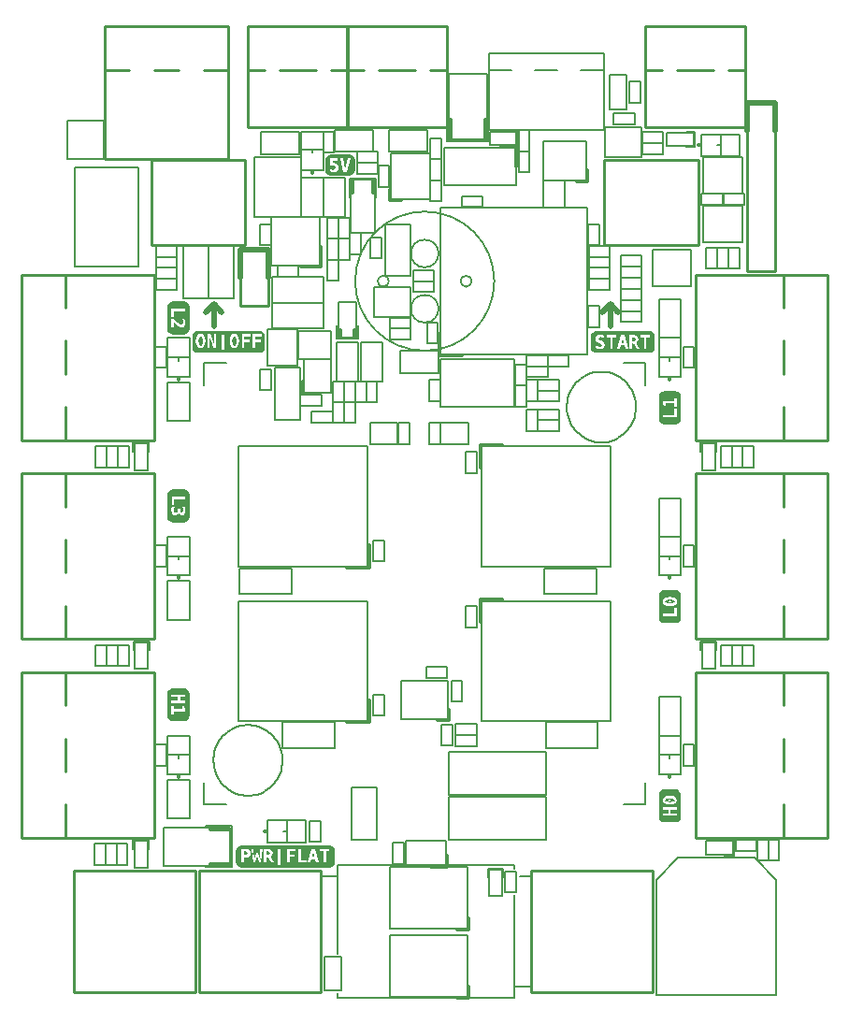
<source format=gbr>
G04 start of page 12 for group -4079 idx -4079 *
G04 Title: (unknown), topsilk *
G04 Creator: pcb 1.99z *
G04 CreationDate: Tue 11 Feb 2014 00:29:05 GMT UTC *
G04 For: rbarlow *
G04 Format: Gerber/RS-274X *
G04 PCB-Dimensions (mm): 85.00 105.00 *
G04 PCB-Coordinate-Origin: lower left *
%MOMM*%
%FSLAX43Y43*%
%LNTOPSILK*%
%ADD201C,0.350*%
%ADD200C,0.250*%
%ADD199C,0.300*%
%ADD198C,0.200*%
%ADD197C,0.500*%
%ADD196C,0.150*%
%ADD195C,0.002*%
G54D195*G36*
X64694Y29903D02*X65193D01*
X65388Y29863D01*
X65547Y29754D01*
X65656Y29594D01*
X65696Y29400D01*
Y27407D01*
X65656Y27212D01*
X65547Y27052D01*
X65388Y26943D01*
X65193Y26904D01*
X64694D01*
Y27495D01*
X65317D01*
Y27734D01*
X64760D01*
Y28042D01*
X65317D01*
Y28289D01*
X64694D01*
Y28500D01*
X64700Y28500D01*
X64977Y28524D01*
X65175Y28598D01*
X65294Y28726D01*
X65334Y28907D01*
X65294Y29086D01*
X65175Y29215D01*
X64977Y29288D01*
X64700Y29312D01*
X64694Y29311D01*
Y29903D01*
G37*
G36*
X63694Y27407D02*Y29400D01*
X63732Y29594D01*
X63842Y29754D01*
X64001Y29863D01*
X64197Y29903D01*
X64694D01*
Y29311D01*
X64416Y29288D01*
X64215Y29215D01*
X64093Y29086D01*
X64055Y28907D01*
X64093Y28726D01*
X64215Y28598D01*
X64416Y28524D01*
X64694Y28500D01*
Y28289D01*
X64082D01*
Y28042D01*
X64550D01*
Y27734D01*
X64082D01*
Y27495D01*
X64694D01*
Y26904D01*
X64197D01*
X64001Y26943D01*
X63842Y27052D01*
X63732Y27212D01*
X63694Y27407D01*
G37*
G36*
X64695Y29073D02*X64700Y29073D01*
X64893Y29061D01*
X65025Y29029D01*
X65104Y28980D01*
X65131Y28907D01*
X65104Y28832D01*
X65025Y28783D01*
X64893Y28755D01*
X64700Y28748D01*
X64695Y28748D01*
Y28811D01*
X64700Y28809D01*
X64770Y28836D01*
X64796Y28907D01*
X64770Y28977D01*
X64700Y29013D01*
X64695Y29011D01*
Y29073D01*
G37*
G36*
X64267Y28907D02*X64289Y28980D01*
X64364Y29029D01*
X64500Y29061D01*
X64695Y29073D01*
Y29011D01*
X64620Y28977D01*
X64594Y28907D01*
X64620Y28836D01*
X64695Y28811D01*
Y28748D01*
X64500Y28755D01*
X64364Y28783D01*
X64289Y28832D01*
X64267Y28907D01*
G37*
G36*
X35316Y87345D02*X35691D01*
X35885Y87307D01*
X36045Y87203D01*
X36152Y87046D01*
X36193Y86851D01*
Y85942D01*
X36152Y85749D01*
X36045Y85592D01*
X35885Y85487D01*
X35691Y85448D01*
X35316D01*
Y85793D01*
X35487D01*
X35779Y87028D01*
X35531D01*
X35320Y85995D01*
X35316Y86014D01*
Y87345D01*
G37*
G36*
X34301Y86370D02*X34394Y86339D01*
X34456Y86190D01*
X34394Y86030D01*
X34307Y85987D01*
X34301Y85986D01*
Y86370D01*
G37*
G36*
Y87345D02*X35316D01*
Y86014D01*
X35100Y87028D01*
X34853D01*
X35152Y85793D01*
X35316D01*
Y85448D01*
X34301D01*
Y85776D01*
X34425Y85796D01*
X34571Y85881D01*
X34663Y86015D01*
X34693Y86190D01*
X34664Y86357D01*
X34579Y86489D01*
X34445Y86576D01*
X34301Y86600D01*
Y86807D01*
X34623D01*
Y87028D01*
X34301D01*
Y87345D01*
G37*
G36*
Y86600D02*X34280Y86603D01*
X34208Y86595D01*
X34147Y86577D01*
Y86807D01*
X34301D01*
Y86600D01*
G37*
G36*
X33997Y87345D02*X34301D01*
Y87028D01*
X33953D01*
Y86339D01*
X34085Y86383D01*
X34208Y86401D01*
X34301Y86370D01*
Y85986D01*
X34192Y85969D01*
X34050Y85986D01*
X33909Y86040D01*
Y85819D01*
X34076Y85783D01*
X34236Y85765D01*
X34301Y85776D01*
Y85448D01*
X33997D01*
X33802Y85487D01*
X33642Y85592D01*
X33533Y85749D01*
X33494Y85942D01*
Y86851D01*
X33533Y87046D01*
X33642Y87203D01*
X33802Y87307D01*
X33997Y87345D01*
G37*
G36*
X21195Y73551D02*Y71558D01*
X21157Y71364D01*
X21048Y71204D01*
X20888Y71095D01*
X20692Y71055D01*
X20181D01*
Y71838D01*
X20207Y71815D01*
X20349Y71727D01*
X20482Y71699D01*
X20626Y71729D01*
X20737Y71815D01*
X20804Y71948D01*
X20825Y72123D01*
X20808Y72282D01*
X20754Y72458D01*
X20534D01*
X20604Y72290D01*
X20632Y72140D01*
X20588Y71999D01*
X20464Y71947D01*
X20349Y71973D01*
X20225Y72061D01*
X20181Y72103D01*
Y73164D01*
X20799D01*
Y73411D01*
X20181D01*
Y74054D01*
X20692D01*
X20888Y74015D01*
X21048Y73907D01*
X21157Y73747D01*
X21195Y73551D01*
G37*
G36*
X20181Y71055D02*X19696D01*
X19502Y71095D01*
X19342Y71204D01*
X19233Y71364D01*
X19193Y71558D01*
Y73551D01*
X19233Y73747D01*
X19342Y73907D01*
X19502Y74015D01*
X19696Y74054D01*
X20181D01*
Y73411D01*
X19564D01*
Y72643D01*
X19784D01*
Y73164D01*
X20181D01*
Y72103D01*
X20119Y72161D01*
X19916Y72352D01*
X19776Y72484D01*
X19564D01*
Y71699D01*
X19784D01*
Y72220D01*
X19953Y72052D01*
X20115Y71896D01*
X20181Y71838D01*
Y71055D01*
G37*
G36*
X21200Y38551D02*Y36558D01*
X21161Y36364D01*
X21052Y36204D01*
X20892Y36095D01*
X20697Y36056D01*
X20194D01*
Y36903D01*
X20811D01*
Y37140D01*
X20751Y37396D01*
X20530D01*
X20591Y37140D01*
X20194D01*
Y37687D01*
X20811D01*
Y37926D01*
X20344D01*
Y38234D01*
X20811D01*
Y38481D01*
X20194D01*
Y39054D01*
X20697D01*
X20892Y39015D01*
X21052Y38907D01*
X21161Y38747D01*
X21200Y38551D01*
G37*
G36*
X20194Y36056D02*X19700D01*
X19506Y36095D01*
X19346Y36204D01*
X19238Y36364D01*
X19198Y36558D01*
Y38551D01*
X19238Y38747D01*
X19346Y38907D01*
X19506Y39015D01*
X19700Y39054D01*
X20194D01*
Y38481D01*
X19577D01*
Y38234D01*
X20124D01*
Y37926D01*
X19577D01*
Y37687D01*
X20194D01*
Y37140D01*
X19797D01*
Y37414D01*
X19577D01*
Y36638D01*
X19797D01*
Y36903D01*
X20194D01*
Y36056D01*
G37*
G36*
X21195Y56559D02*Y54557D01*
X21157Y54363D01*
X21048Y54203D01*
X20888Y54094D01*
X20692Y54054D01*
X20199D01*
Y54870D01*
X20243Y54954D01*
X20340Y54777D01*
X20516Y54715D01*
X20653Y54741D01*
X20754Y54822D01*
X20816Y54955D01*
X20834Y55130D01*
X20825Y55289D01*
X20781Y55457D01*
X20560D01*
X20614Y55289D01*
X20632Y55140D01*
X20588Y54998D01*
X20482Y54945D01*
X20384Y54998D01*
X20349Y55140D01*
Y55272D01*
X20199D01*
Y56180D01*
X20816D01*
Y56427D01*
X20199D01*
Y57053D01*
X20692D01*
X20888Y57015D01*
X21048Y56911D01*
X21157Y56753D01*
X21195Y56559D01*
G37*
G36*
X20199Y54054D02*X19696D01*
X19502Y54094D01*
X19342Y54203D01*
X19233Y54363D01*
X19193Y54557D01*
Y56559D01*
X19233Y56753D01*
X19342Y56911D01*
X19502Y57015D01*
X19696Y57053D01*
X20199D01*
Y56427D01*
X19582D01*
Y55659D01*
X19794D01*
Y56180D01*
X20199D01*
Y55272D01*
X20129D01*
Y55140D01*
X20120Y55048D01*
X20085Y54980D01*
X19935Y54919D01*
X19811Y54980D01*
X19766Y55130D01*
X19784Y55324D01*
X19846Y55492D01*
X19618D01*
X19574Y55316D01*
X19556Y55130D01*
X19582Y54937D01*
X19652Y54795D01*
X19769Y54710D01*
X19926Y54681D01*
X20137Y54751D01*
X20199Y54870D01*
Y54054D01*
G37*
G36*
X27327Y71401D02*X27543D01*
X27738Y71362D01*
X27897Y71253D01*
X28006Y71094D01*
X28046Y70898D01*
Y69892D01*
X28006Y69699D01*
X27897Y69542D01*
X27738Y69437D01*
X27543Y69398D01*
X27327D01*
Y70404D01*
X27666D01*
Y70625D01*
X27327D01*
Y70890D01*
X27710D01*
Y71100D01*
X27327D01*
Y71401D01*
G37*
G36*
Y70625D02*X27190D01*
Y70890D01*
X27327D01*
Y70625D01*
G37*
G36*
X26313Y71401D02*X27327D01*
Y71100D01*
X26944D01*
Y69866D01*
X27190D01*
Y70404D01*
X27327D01*
Y69398D01*
X26313D01*
Y70404D01*
X26643D01*
Y70625D01*
X26313D01*
Y70890D01*
X26696D01*
Y71100D01*
X26313D01*
Y71401D01*
G37*
G36*
Y70625D02*X26166D01*
Y70890D01*
X26313D01*
Y70625D01*
G37*
G36*
X25267Y71401D02*X26313D01*
Y71100D01*
X25930D01*
Y69866D01*
X26166D01*
Y70404D01*
X26313D01*
Y69398D01*
X25267D01*
Y69848D01*
X25268Y69848D01*
X25452Y69888D01*
X25585Y70008D01*
X25669Y70207D01*
X25699Y70483D01*
X25669Y70765D01*
X25585Y70968D01*
X25452Y71089D01*
X25268Y71127D01*
X25267Y71126D01*
Y71401D01*
G37*
G36*
X24249D02*X25267D01*
Y71126D01*
X25078Y71089D01*
X24942Y70968D01*
X24860Y70765D01*
X24835Y70483D01*
X24860Y70207D01*
X24942Y70008D01*
X25078Y69888D01*
X25267Y69848D01*
Y69398D01*
X24249D01*
Y69663D01*
X24376D01*
Y71056D01*
X24249D01*
Y71401D01*
G37*
G36*
X23226D02*X24249D01*
Y71056D01*
X24122D01*
Y69663D01*
X24249D01*
Y69398D01*
X23226D01*
Y70269D01*
X23380Y69866D01*
X23636D01*
Y71100D01*
X23424D01*
Y70210D01*
X23226Y70723D01*
Y71401D01*
G37*
G36*
X22207D02*X23226D01*
Y70723D01*
X23080Y71100D01*
X22815D01*
Y69866D01*
X23036D01*
Y70765D01*
X23226Y70269D01*
Y69398D01*
X22207D01*
Y69848D01*
X22207Y69848D01*
X22396Y69888D01*
X22534Y70008D01*
X22613Y70207D01*
X22639Y70483D01*
X22613Y70765D01*
X22534Y70968D01*
X22396Y71089D01*
X22207Y71127D01*
X22207Y71126D01*
Y71401D01*
G37*
G36*
X21943D02*X22207D01*
Y71126D01*
X22017Y71089D01*
X21881Y70968D01*
X21800Y70765D01*
X21775Y70483D01*
X21800Y70207D01*
X21881Y70008D01*
X22017Y69888D01*
X22207Y69848D01*
Y69398D01*
X21943D01*
X21748Y69437D01*
X21592Y69542D01*
X21485Y69699D01*
X21448Y69892D01*
Y70898D01*
X21485Y71094D01*
X21592Y71253D01*
X21748Y71362D01*
X21943Y71401D01*
G37*
G36*
X25268Y70906D02*X25347Y70883D01*
X25400Y70810D01*
X25432Y70677D01*
X25444Y70483D01*
X25432Y70294D01*
X25400Y70166D01*
X25347Y70093D01*
X25268Y70068D01*
X25184Y70093D01*
X25126Y70166D01*
X25093Y70294D01*
X25082Y70483D01*
X25093Y70677D01*
X25126Y70810D01*
X25184Y70883D01*
X25268Y70906D01*
G37*
G36*
X22207D02*X22290Y70883D01*
X22348Y70810D01*
X22380Y70677D01*
X22392Y70483D01*
X22380Y70294D01*
X22348Y70166D01*
X22290Y70093D01*
X22207Y70068D01*
X22129Y70093D01*
X22075Y70166D01*
X22042Y70294D01*
X22031Y70483D01*
X22042Y70677D01*
X22075Y70810D01*
X22129Y70883D01*
X22207Y70906D01*
G37*
G36*
X64701Y47946D02*X65200D01*
X65394Y47906D01*
X65554Y47797D01*
X65662Y47638D01*
X65702Y47443D01*
Y45441D01*
X65662Y45246D01*
X65554Y45089D01*
X65394Y44985D01*
X65200Y44947D01*
X64701D01*
Y45573D01*
X65323D01*
Y46331D01*
X65103D01*
Y45812D01*
X64701D01*
Y46500D01*
X64706Y46499D01*
X64983Y46527D01*
X65181Y46605D01*
X65300Y46734D01*
X65340Y46914D01*
X65300Y47089D01*
X65181Y47213D01*
X64983Y47292D01*
X64706Y47319D01*
X64701Y47318D01*
Y47946D01*
G37*
G36*
X63700Y45441D02*Y47443D01*
X63739Y47638D01*
X63848Y47797D01*
X64007Y47906D01*
X64203Y47946D01*
X64701D01*
Y47318D01*
X64422Y47292D01*
X64221Y47213D01*
X64100Y47089D01*
X64061Y46914D01*
X64100Y46734D01*
X64221Y46605D01*
X64422Y46527D01*
X64701Y46500D01*
Y45812D01*
X64089D01*
Y45573D01*
X64701D01*
Y44947D01*
X64203D01*
X64007Y44985D01*
X63848Y45089D01*
X63739Y45246D01*
X63700Y45441D01*
G37*
G36*
X64701Y47072D02*X64706Y47072D01*
X64899Y47064D01*
X65031Y47037D01*
X65110Y46987D01*
X65138Y46914D01*
X65110Y46840D01*
X65031Y46790D01*
X64899Y46757D01*
X64706Y46746D01*
X64701Y46746D01*
Y46810D01*
X64706Y46808D01*
X64776Y46834D01*
X64802Y46914D01*
X64776Y46984D01*
X64706Y47010D01*
X64701Y47009D01*
Y47072D01*
G37*
G36*
X64273Y46914D02*X64296Y46987D01*
X64370Y47037D01*
X64506Y47064D01*
X64701Y47072D01*
Y47009D01*
X64626Y46984D01*
X64600Y46914D01*
X64626Y46834D01*
X64701Y46810D01*
Y46746D01*
X64506Y46757D01*
X64370Y46790D01*
X64296Y46840D01*
X64273Y46914D01*
G37*
G36*
X64701Y65943D02*X65204D01*
X65398Y65903D01*
X65558Y65794D01*
X65667Y65634D01*
X65707Y65440D01*
Y63447D01*
X65667Y63252D01*
X65558Y63092D01*
X65398Y62983D01*
X65204Y62944D01*
X64701D01*
Y63562D01*
X65318D01*
Y64320D01*
X65106D01*
Y63800D01*
X64701D01*
Y64823D01*
X65106D01*
Y64550D01*
X65318D01*
Y65326D01*
X65106D01*
Y65061D01*
X64701D01*
Y65943D01*
G37*
G36*
X63705Y63447D02*Y65440D01*
X63743Y65634D01*
X63852Y65794D01*
X64012Y65903D01*
X64207Y65943D01*
X64701D01*
Y65061D01*
X64084D01*
Y64823D01*
X64146Y64568D01*
X64366D01*
X64304Y64823D01*
X64701D01*
Y63800D01*
X64084D01*
Y63562D01*
X64701D01*
Y62944D01*
X64207D01*
X64012Y62983D01*
X63852Y63092D01*
X63743Y63252D01*
X63705Y63447D01*
G37*
G36*
X62466Y71396D02*X62844D01*
X63039Y71358D01*
X63198Y71249D01*
X63307Y71089D01*
X63347Y70894D01*
Y69897D01*
X63307Y69703D01*
X63198Y69543D01*
X63039Y69434D01*
X62844Y69394D01*
X62466D01*
Y69783D01*
X62589D01*
Y70805D01*
X62898D01*
Y71018D01*
X62466D01*
Y71396D01*
G37*
G36*
X61500D02*X62466D01*
Y71018D01*
X62034D01*
Y70805D01*
X62343D01*
Y69783D01*
X62466D01*
Y69394D01*
X61500D01*
Y70159D01*
X61521Y70126D01*
X61539Y70091D01*
X61689Y69783D01*
X61954D01*
X61734Y70224D01*
X61663Y70330D01*
X61601Y70364D01*
X61786Y70452D01*
X61848Y70655D01*
X61820Y70819D01*
X61742Y70929D01*
X61603Y70995D01*
X61500Y71007D01*
Y71396D01*
G37*
G36*
X60429D02*X61500D01*
Y71007D01*
X61399Y71018D01*
X61046D01*
Y69783D01*
X61293D01*
Y70268D01*
X61372D01*
X61452Y70232D01*
X61500Y70159D01*
Y69394D01*
X60429D01*
Y70082D01*
X60587D01*
X60667Y69783D01*
X60914D01*
X60579Y71018D01*
X60429D01*
Y71396D01*
G37*
G36*
X59410D02*X60429D01*
Y71018D01*
X60278D01*
X59943Y69783D01*
X60190D01*
X60260Y70082D01*
X60429D01*
Y69394D01*
X59410D01*
Y69783D01*
X59529D01*
Y70805D01*
X59846D01*
Y71018D01*
X59410D01*
Y71396D01*
G37*
G36*
X58391Y70289D02*X58426Y70276D01*
X58514Y70206D01*
X58550Y70118D01*
X58506Y69994D01*
X58391Y69966D01*
Y70289D01*
G37*
G36*
Y71396D02*X59410D01*
Y71018D01*
X58973D01*
Y70805D01*
X59290D01*
Y69783D01*
X59410D01*
Y69394D01*
X58391D01*
Y69761D01*
X58552Y69778D01*
X58691Y69845D01*
X58771Y69962D01*
X58797Y70126D01*
X58727Y70356D01*
X58506Y70497D01*
X58408Y70541D01*
X58391Y70549D01*
Y70827D01*
X58408Y70831D01*
X58567Y70805D01*
X58727Y70727D01*
Y70964D01*
X58559Y71018D01*
X58391Y71035D01*
Y71396D01*
G37*
G36*
Y70549D02*X58258Y70611D01*
X58224Y70699D01*
X58276Y70797D01*
X58391Y70827D01*
Y70549D01*
G37*
G36*
X58047Y71396D02*X58391D01*
Y71035D01*
X58390Y71035D01*
X58221Y71012D01*
X58092Y70938D01*
X58012Y70824D01*
X57985Y70673D01*
X58003Y70560D01*
X58056Y70470D01*
X58149Y70395D01*
X58302Y70320D01*
X58391Y70289D01*
Y69966D01*
X58364Y69959D01*
X58180Y69994D01*
X57994Y70091D01*
Y69845D01*
X58170Y69783D01*
X58356Y69757D01*
X58391Y69761D01*
Y69394D01*
X58047D01*
X57852Y69434D01*
X57692Y69543D01*
X57583Y69703D01*
X57544Y69897D01*
Y70894D01*
X57583Y71089D01*
X57692Y71249D01*
X57852Y71358D01*
X58047Y71396D01*
G37*
G36*
X60428Y70787D02*X60543Y70286D01*
X60314D01*
X60428Y70787D01*
G37*
G36*
X61293Y70805D02*X61407D01*
X61549Y70771D01*
X61593Y70638D01*
X61549Y70515D01*
X61407Y70470D01*
X61293D01*
Y70805D01*
G37*
G36*
X33894Y24789D02*X34087Y24752D01*
X34244Y24647D01*
X34349Y24490D01*
X34388Y24296D01*
Y23290D01*
X34349Y23097D01*
X34244Y22940D01*
X34087Y22835D01*
X33894Y22796D01*
X33426D01*
Y23255D01*
X33550D01*
Y24278D01*
X33858D01*
Y24490D01*
X33426D01*
Y24789D01*
X33894D01*
G37*
G36*
X33426Y22796D02*X32407D01*
Y23564D01*
X32571D01*
X32650Y23255D01*
X32888D01*
X32562Y24490D01*
X32407D01*
Y24789D01*
X33426D01*
Y24490D01*
X32994D01*
Y24278D01*
X33303D01*
Y23255D01*
X33426D01*
Y22796D01*
G37*
G36*
X32407D02*X31446D01*
Y23255D01*
X31830D01*
Y23466D01*
X31446D01*
Y24789D01*
X32407D01*
Y24490D01*
X32263D01*
X31926Y23255D01*
X32174D01*
X32245Y23564D01*
X32407D01*
Y22796D01*
G37*
G36*
X31446D02*X30397D01*
Y23793D01*
X30736D01*
Y24005D01*
X30397D01*
Y24278D01*
X30780D01*
Y24490D01*
X30397D01*
Y24789D01*
X31446D01*
Y23466D01*
X31309D01*
Y24490D01*
X31062D01*
Y23255D01*
X31446D01*
Y22796D01*
G37*
G36*
X30397Y24005D02*X30260D01*
Y24278D01*
X30397D01*
Y24005D01*
G37*
G36*
Y22796D02*X29356D01*
Y23053D01*
X29484D01*
Y24436D01*
X29356D01*
Y24789D01*
X30397D01*
Y24490D01*
X30014D01*
Y23255D01*
X30260D01*
Y23793D01*
X30397D01*
Y22796D01*
G37*
G36*
X29356D02*X28385D01*
Y23633D01*
X28408Y23598D01*
X28426Y23564D01*
X28575Y23255D01*
X28839D01*
X28619Y23696D01*
X28558Y23802D01*
X28487Y23837D01*
X28673Y23925D01*
X28735Y24128D01*
X28707Y24292D01*
X28629Y24402D01*
X28489Y24466D01*
X28385Y24478D01*
Y24789D01*
X29356D01*
Y24436D01*
X29228D01*
Y23053D01*
X29356D01*
Y22796D01*
G37*
G36*
X28385D02*X27314D01*
Y23898D01*
X27456Y23255D01*
X27685D01*
X27825Y24490D01*
X27614D01*
X27544Y23582D01*
X27420Y24172D01*
X27314D01*
Y24789D01*
X28385D01*
Y24478D01*
X28284Y24490D01*
X27931D01*
Y23255D01*
X28178D01*
Y23740D01*
X28258D01*
X28338Y23704D01*
X28385Y23633D01*
Y22796D01*
G37*
G36*
X27314D02*X26327D01*
Y23723D01*
X26476Y23740D01*
X26626Y23811D01*
X26706Y23928D01*
X26732Y24102D01*
X26706Y24281D01*
X26626Y24402D01*
X26476Y24469D01*
X26327Y24483D01*
Y24789D01*
X27314D01*
Y24172D01*
X27218D01*
X27111Y23582D01*
X27023Y24490D01*
X26803D01*
X26961Y23255D01*
X27182D01*
X27314Y23899D01*
X27314Y23898D01*
Y22796D01*
G37*
G36*
X26327D02*X25894D01*
X25699Y22835D01*
X25539Y22940D01*
X25430Y23097D01*
X25392Y23290D01*
Y24296D01*
X25430Y24490D01*
X25539Y24647D01*
X25699Y24752D01*
X25894Y24789D01*
X26327D01*
Y24483D01*
X26256Y24490D01*
X25921D01*
Y23255D01*
X26167D01*
Y23714D01*
X26256D01*
X26327Y23723D01*
Y22796D01*
G37*
G36*
X32527Y23758D02*X32297D01*
X32411Y24270D01*
X32527Y23758D01*
G37*
G36*
X28294Y24287D02*X28434Y24244D01*
X28478Y24119D01*
X28434Y23987D01*
X28294Y23943D01*
X28178D01*
Y24287D01*
X28294D01*
G37*
G36*
X26265D02*X26432Y24244D01*
X26486Y24102D01*
X26432Y23961D01*
X26265Y23925D01*
X26167D01*
Y24287D01*
X26265D01*
G37*
G54D196*X50600Y11000D02*Y20300D01*
X51100Y22000D02*X52100D01*
X50600Y12000D02*X52100D01*
X34600Y11000D02*X50600D01*
Y23000D02*X34600D01*
Y15000D01*
Y22000D02*X33100D01*
X50600Y23000D02*Y22700D01*
X34600Y11000D02*Y11400D01*
G54D197*X23400Y71800D02*Y73800D01*
X22700Y73100D01*
X23400Y73800D02*X24100Y73100D01*
X59300Y71800D02*Y73800D01*
X58600Y73100D01*
X59300Y73800D02*X60000Y73100D01*
G54D196*X60250Y75200D02*X62150D01*
X60250Y76200D02*X62150D01*
Y75200D01*
X60250Y76200D02*Y75200D01*
Y76200D02*X62150D01*
X60250Y77200D02*X62150D01*
Y76200D01*
X60250Y77200D02*Y76200D01*
X57350Y76100D02*X59250D01*
X57350Y77100D02*X59250D01*
Y76100D01*
X57350Y77100D02*Y76100D01*
X57300Y73650D02*Y71750D01*
X58300Y73650D02*Y71750D01*
X57300D02*X58300D01*
X57300Y73650D02*X58300D01*
X60250Y72200D02*X62150D01*
X60250Y73200D02*X62150D01*
Y72200D01*
X60250Y73200D02*Y72200D01*
Y74200D02*X62150D01*
X60250Y73200D02*X62150D01*
X60250Y74200D02*Y73200D01*
X62150Y74200D02*Y73200D01*
X60250Y74200D02*X62150D01*
X60250Y75200D02*X62150D01*
Y74200D01*
X60250Y75200D02*Y74200D01*
X67600Y61200D02*Y58800D01*
X68800Y61200D02*Y58800D01*
X67600D02*X68800D01*
X67600Y61200D02*X68800D01*
X67500Y61300D02*X68900D01*
X67500D02*Y60500D01*
X68900Y61300D02*Y60500D01*
X72300Y60950D02*Y59050D01*
X71300Y60950D02*Y59050D01*
Y60950D02*X72300D01*
X71300Y59050D02*X72300D01*
X71300Y60950D02*Y59050D01*
X70300Y60950D02*Y59050D01*
Y60950D02*X71300D01*
X70300Y59050D02*X71300D01*
X69300Y60950D02*Y59050D01*
X70300Y60950D02*Y59050D01*
X69300D02*X70300D01*
X69300Y60950D02*X70300D01*
X66900Y69950D02*Y68050D01*
X65900Y69950D02*Y68050D01*
Y69950D02*X66900D01*
X65900Y68050D02*X66900D01*
G54D198*X63700Y74250D02*Y70750D01*
X65700Y74250D02*Y70750D01*
X63700D02*X65700D01*
X63700Y74250D02*X65700D01*
X63700Y70750D02*Y67250D01*
X65700Y70750D02*Y67250D01*
X63700D02*X65700D01*
X63700Y70750D02*X65700D01*
G54D199*X64700Y67150D02*Y67000D01*
G54D198*X63700Y69000D02*X65700D01*
X64700D02*Y68700D01*
G54D200*X67000Y76500D02*X79000D01*
X67000Y61500D02*X79000D01*
X67000Y76500D02*Y61500D01*
X79000Y76500D02*Y61500D01*
X75000Y64500D02*Y61500D01*
Y70500D02*Y67500D01*
Y76500D02*Y73500D01*
G54D196*X53200Y85050D02*X55200D01*
X53200Y82550D02*X55200D01*
X53200Y85050D02*Y82550D01*
X55200Y85050D02*Y82550D01*
X44000Y86950D02*Y85050D01*
X43000Y86950D02*Y85050D01*
Y86950D02*X44000D01*
X43000Y85050D02*X44000D01*
G54D198*X62150Y89850D02*Y87150D01*
X58850Y89850D02*Y87150D01*
Y89850D02*X62150D01*
X58850Y87150D02*X62150D01*
G54D196*X51000Y87650D02*Y85750D01*
X52000Y87650D02*Y85750D01*
X51000D02*X52000D01*
X51000Y87650D02*X52000D01*
X43000Y85050D02*Y83150D01*
X44000Y85050D02*Y83150D01*
X43000D02*X44000D01*
X43000Y85050D02*X44000D01*
X45850Y82600D02*X47750D01*
X45850Y83600D02*X47750D01*
Y82600D01*
X45850Y83600D02*Y82600D01*
X57350Y75100D02*X59250D01*
X57350Y76100D02*X59250D01*
Y75100D01*
X57350Y76100D02*Y75100D01*
Y78100D02*X59250D01*
X57350Y79100D02*X59250D01*
Y78100D01*
X57350Y79100D02*Y78100D01*
Y77100D02*X59250D01*
X57350Y78100D02*X59250D01*
Y77100D01*
X57350Y78100D02*Y77100D01*
X57300Y81050D02*Y79150D01*
X58300Y81050D02*Y79150D01*
X57300D02*X58300D01*
X57300Y81050D02*X58300D01*
X60250Y77200D02*X62150D01*
X60250Y78200D02*X62150D01*
Y77200D01*
X60250Y78200D02*Y77200D01*
G54D198*X43950Y82550D02*Y69250D01*
X57250Y82550D02*Y69250D01*
X43950D02*X57250D01*
X43950Y82550D02*X57250D01*
G54D199*X43850Y69150D02*X45850D01*
X43850Y71150D02*Y69150D01*
G54D196*X50700Y68350D02*Y66450D01*
X51700Y68350D02*Y66450D01*
X50700D02*X51700D01*
X50700Y68350D02*X51700D01*
G54D200*X74270Y92010D02*Y76770D01*
X71730Y92010D02*Y76770D01*
Y92010D02*X74270D01*
X71730Y76770D02*X74270D01*
G54D197*X71730Y92010D02*Y89470D01*
Y92010D02*X74270D01*
Y89470D01*
G54D196*X69550Y83800D02*X71450D01*
X69550Y82800D02*X71450D01*
X69550Y83800D02*Y82800D01*
X71450Y83800D02*Y82800D01*
G54D198*X67550Y89200D02*X71050D01*
X67550Y87200D02*X71050D01*
X67550Y89200D02*Y87200D01*
X71050Y89200D02*Y87200D01*
G54D199*X67300Y88200D02*X67450D01*
G54D198*X69300Y89200D02*Y87200D01*
X69000Y88200D02*X69300D01*
X67750Y87150D02*Y83850D01*
X71250Y87150D02*Y83850D01*
X67750D02*X71250D01*
X67750Y87150D02*X71250D01*
G54D196*X70000Y78950D02*Y77050D01*
X71000Y78950D02*Y77050D01*
X70000D02*X71000D01*
X70000Y78950D02*X71000D01*
G54D200*X62490Y99000D02*Y89800D01*
X71510Y99000D02*Y89800D01*
X62490D02*X71510D01*
X62490Y99000D02*X71510D01*
X69989Y95000D02*X71510D01*
X65337D02*X68663D01*
X62490D02*X64011D01*
G54D196*X61000Y93950D02*Y92050D01*
X62000Y93950D02*Y92050D01*
X61000D02*X62000D01*
X61000Y93950D02*X62000D01*
G54D198*X59250Y94550D02*Y91450D01*
X60750Y94550D02*Y91450D01*
X59250D02*X60750D01*
X59250Y94550D02*X60750D01*
G54D196*X59600Y91100D02*X61500D01*
X59600Y90100D02*X61500D01*
X59600Y91100D02*Y90100D01*
X61500Y91100D02*Y90100D01*
X67550Y83800D02*X69450D01*
X67550Y82800D02*X69450D01*
X67550Y83800D02*Y82800D01*
X69450Y83800D02*Y82800D01*
G54D200*X67250Y86850D02*Y79150D01*
X58750Y86850D02*Y79150D01*
X67250D01*
X58750Y86850D02*X67250D01*
G54D196*X64450Y89350D02*X66850D01*
X64450Y88150D02*X66850D01*
X64450Y89350D02*Y88150D01*
X66850Y89350D02*Y88150D01*
X66950Y89450D02*Y88050D01*
X66150Y89450D02*X66950D01*
X66150Y88050D02*X66950D01*
G54D198*X66650Y78750D02*Y75450D01*
X63150Y78750D02*Y75450D01*
Y78750D02*X66650D01*
X63150Y75450D02*X66650D01*
G54D196*X62200Y89400D02*X64100D01*
X62200Y88400D02*X64100D01*
X62200Y89400D02*Y88400D01*
X64100Y89400D02*Y88400D01*
X62200D02*X64100D01*
X62200Y87400D02*X64100D01*
X62200Y88400D02*Y87400D01*
X64100Y88400D02*Y87400D01*
G54D198*X71250Y82750D02*Y79450D01*
X67750Y82750D02*Y79450D01*
Y82750D02*X71250D01*
X67750Y79450D02*X71250D01*
G54D196*X68000Y78950D02*Y77050D01*
X69000Y78950D02*Y77050D01*
X68000D02*X69000D01*
X68000Y78950D02*X69000D01*
Y77050D01*
X70000Y78950D02*Y77050D01*
X69000D02*X70000D01*
X69000Y78950D02*X70000D01*
X43700Y72150D02*Y70250D01*
X42700Y72150D02*Y70250D01*
Y72150D02*X43700D01*
X42700Y70250D02*X43700D01*
X37200Y66850D02*Y64950D01*
X38200Y66850D02*Y64950D01*
X37200D02*X38200D01*
X37200Y66850D02*X38200D01*
X36200D02*Y64950D01*
X35200Y66850D02*Y64950D01*
Y66850D02*X36200D01*
X35200Y64950D02*X36200D01*
Y66850D02*Y64950D01*
X37200Y66850D02*Y64950D01*
X36200D02*X37200D01*
X36200Y66850D02*X37200D01*
X36200Y64950D02*Y63050D01*
X35200Y64950D02*Y63050D01*
Y64950D02*X36200D01*
X35200Y63050D02*X36200D01*
X39350Y71600D02*X41250D01*
X39350Y70600D02*X41250D01*
X39350Y71600D02*Y70600D01*
X41250Y71600D02*Y70600D01*
X39350Y72600D02*X41250D01*
X39350Y71600D02*X41250D01*
X39350Y72600D02*Y71600D01*
X41250Y72600D02*Y71600D01*
G54D198*Y75350D02*Y72650D01*
X37950Y75350D02*Y72650D01*
Y75350D02*X41250D01*
X37950Y72650D02*X41250D01*
X25750Y49850D02*X30450D01*
X25750Y47550D02*X30450D01*
X25750Y49850D02*Y47550D01*
X30450Y49850D02*Y47550D01*
G54D196*X38800Y52450D02*Y50550D01*
X37800Y52450D02*Y50550D01*
Y52450D02*X38800D01*
X37800Y50550D02*X38800D01*
X13700Y60950D02*Y59050D01*
X12700Y60950D02*Y59050D01*
Y60950D02*X13700D01*
X12700Y59050D02*X13700D01*
X14700Y60950D02*Y59050D01*
X13700Y60950D02*Y59050D01*
Y60950D02*X14700D01*
X13700Y59050D02*X14700D01*
Y60950D02*Y59050D01*
X15700Y60950D02*Y59050D01*
X14700D02*X15700D01*
X14700Y60950D02*X15700D01*
X13700Y42950D02*Y41050D01*
X12700Y42950D02*Y41050D01*
Y42950D02*X13700D01*
X12700Y41050D02*X13700D01*
X14700Y42950D02*Y41050D01*
X13700Y42950D02*Y41050D01*
Y42950D02*X14700D01*
X13700Y41050D02*X14700D01*
Y42950D02*Y41050D01*
X15700Y42950D02*Y41050D01*
X14700D02*X15700D01*
X14700Y42950D02*X15700D01*
X16250Y43200D02*Y40800D01*
X17450Y43200D02*Y40800D01*
X16250D02*X17450D01*
X16250Y43200D02*X17450D01*
X16150Y43300D02*X17550D01*
X16150D02*Y42500D01*
X17550Y43300D02*Y42500D01*
X16200Y61200D02*Y58800D01*
X17400Y61200D02*Y58800D01*
X16200D02*X17400D01*
X16200Y61200D02*X17400D01*
X16100Y61300D02*X17500D01*
X16100D02*Y60500D01*
X17500Y61300D02*Y60500D01*
X18100Y51950D02*Y50050D01*
X19100Y51950D02*Y50050D01*
X18100D02*X19100D01*
X18100Y51950D02*X19100D01*
G54D198*X21200Y66750D02*Y63250D01*
X19200Y66750D02*Y63250D01*
Y66750D02*X21200D01*
X19200Y63250D02*X21200D01*
Y48750D02*Y45250D01*
X19200Y48750D02*Y45250D01*
Y48750D02*X21200D01*
X19200Y45250D02*X21200D01*
G54D196*X35200Y64950D02*Y63050D01*
X34200Y64950D02*Y63050D01*
Y64950D02*X35200D01*
X34200Y63050D02*X35200D01*
X32250Y63100D02*X34150D01*
X32250Y64100D02*X34150D01*
Y63100D01*
X32250Y64100D02*Y63100D01*
G54D198*X22950Y79050D02*Y74350D01*
X20650Y79050D02*Y74350D01*
Y79050D02*X22950D01*
X20650Y74350D02*X22950D01*
G54D196*X18100Y69950D02*Y68050D01*
X19100Y69950D02*Y68050D01*
X18100D02*X19100D01*
X18100Y69950D02*X19100D01*
G54D200*X6000Y61500D02*X18000D01*
X6000Y76500D02*X18000D01*
Y61500D01*
X6000Y76500D02*Y61500D01*
X10000Y76500D02*Y73500D01*
Y70500D02*Y67500D01*
Y64500D02*Y61500D01*
G54D196*X18150Y78100D02*X20050D01*
X18150Y79100D02*X20050D01*
Y78100D01*
X18150Y79100D02*Y78100D01*
Y77100D02*X20050D01*
X18150Y76100D02*X20050D01*
X18150Y77100D02*Y76100D01*
X20050Y77100D02*Y76100D01*
X18150D02*X20050D01*
X18150Y75100D02*X20050D01*
X18150Y76100D02*Y75100D01*
X20050Y76100D02*Y75100D01*
X18150Y78100D02*X20050D01*
X18150Y77100D02*X20050D01*
X18150Y78100D02*Y77100D01*
X20050Y78100D02*Y77100D01*
G54D198*X31250Y68050D02*Y63350D01*
X28950Y68050D02*Y63350D01*
Y68050D02*X31250D01*
X28950Y63350D02*X31250D01*
G54D196*X36700Y80250D02*Y78350D01*
X35700Y80250D02*Y78350D01*
Y80250D02*X36700D01*
X35700Y78350D02*X36700D01*
X35700Y81650D02*Y79750D01*
X34700Y81650D02*Y79750D01*
Y81650D02*X35700D01*
X34700Y79750D02*X35700D01*
X34700Y81650D02*Y79750D01*
X33700Y81650D02*Y79750D01*
Y81650D02*X34700D01*
X33700Y79750D02*X34700D01*
X27600Y81050D02*Y79150D01*
X28600Y81050D02*Y79150D01*
X27600D02*X28600D01*
X27600Y81050D02*X28600D01*
Y77300D02*X33000D01*
X28600Y81700D02*X33000D01*
Y77300D01*
X28600Y81700D02*Y77300D01*
G54D199*X33100Y79000D02*Y77200D01*
X31300D02*X33100D01*
G54D198*X25250Y79050D02*Y74350D01*
X22950Y79050D02*Y74350D01*
Y79050D02*X25250D01*
X22950Y74350D02*X25250D01*
G54D200*X28370Y78710D02*Y73630D01*
X25830Y78710D02*Y73630D01*
Y78710D02*X28370D01*
X25830Y73630D02*X28370D01*
G54D197*X25830Y78710D02*Y76170D01*
X28370Y78710D02*Y76170D01*
X25830Y78710D02*X28370D01*
G54D196*X35200Y66850D02*Y64950D01*
X34200Y66850D02*Y64950D01*
Y66850D02*X35200D01*
X34200Y64950D02*X35200D01*
X28600Y67950D02*Y66050D01*
X27600Y67950D02*Y66050D01*
Y67950D02*X28600D01*
X27600Y66050D02*X28600D01*
G54D198*X28250Y71550D02*X30950D01*
X28250Y68250D02*X30950D01*
X28250Y71550D02*Y68250D01*
X30950Y71550D02*Y68250D01*
G54D196*X41450Y74900D02*X43350D01*
X41450Y75900D02*X43350D01*
Y74900D01*
X41450Y75900D02*Y74900D01*
Y75900D02*X43350D01*
X41450Y76900D02*X43350D01*
Y75900D01*
X41450Y76900D02*Y75900D01*
G54D198*X38950Y81050D02*Y76350D01*
X41250Y81050D02*Y76350D01*
X38950D02*X41250D01*
X38950Y81050D02*X41250D01*
G54D196*X31050Y68850D02*X34050D01*
X31050Y71350D02*X34050D01*
Y68850D01*
X31050Y71350D02*Y68850D01*
G54D198*X34500Y70350D02*Y66850D01*
X36500Y70350D02*Y66850D01*
X34500D02*X36500D01*
X34500Y70350D02*X36500D01*
X36700D02*Y66850D01*
X38700Y70350D02*Y66850D01*
X36700D02*X38700D01*
X36700Y70350D02*X38700D01*
G54D196*X36340Y74000D02*Y70800D01*
X34660Y74000D02*Y70800D01*
Y74000D02*X36340D01*
X34660Y70800D02*X36340D01*
X34560Y70700D02*X36440D01*
Y71900D02*Y70700D01*
G54D199*X36140Y71500D02*Y70800D01*
G54D196*X34560Y71900D02*Y70700D01*
G54D199*X34860Y71500D02*Y70800D01*
G54D196*X31250Y65600D02*X33150D01*
X31250Y64600D02*X33150D01*
X31250Y65600D02*Y64600D01*
X33150Y65600D02*Y64600D01*
X31550Y68800D02*Y65800D01*
X34050Y68800D02*Y65800D01*
X31550D02*X34050D01*
X31550Y68800D02*X34050D01*
G54D199*X31450Y65700D02*X32550D01*
X31450Y66800D02*Y65700D01*
G54D196*X32100Y27050D02*Y25150D01*
X33100Y27050D02*Y25150D01*
X32100D02*X33100D01*
X32100Y27050D02*X33100D01*
G54D198*X34950Y14750D02*Y11650D01*
X33450Y14750D02*Y11650D01*
Y14750D02*X34950D01*
X33450Y11650D02*X34950D01*
X28250Y27100D02*X31750D01*
X28250Y25100D02*X31750D01*
X28250Y27100D02*Y25100D01*
X31750Y27100D02*Y25100D01*
G54D199*X28000Y26100D02*X28150D01*
G54D198*X30000Y27100D02*Y25100D01*
X29700Y26100D02*X30000D01*
X18900Y26450D02*X24900D01*
X18900Y22950D02*X24900D01*
X18900Y26450D02*Y22950D01*
X24900Y26450D02*Y22950D01*
X25000Y26550D02*Y22850D01*
X22700Y26550D02*X25000D01*
G54D201*X23100Y26250D02*X24800D01*
G54D198*X22700Y22850D02*X25000D01*
G54D201*X23100Y23150D02*X24800D01*
G54D196*X16200Y25200D02*Y22800D01*
X17400Y25200D02*Y22800D01*
X16200D02*X17400D01*
X16200Y25200D02*X17400D01*
X16100Y25300D02*X17500D01*
X16100D02*Y24500D01*
X17500Y25300D02*Y24500D01*
G54D200*X10700Y22500D02*X21700D01*
X10700Y11500D02*X21700D01*
X10700Y22500D02*Y11500D01*
X21700Y22500D02*Y11500D01*
X33100Y22500D02*Y11500D01*
X22100Y22500D02*Y11500D01*
Y22500D02*X33100D01*
X22100Y11500D02*X33100D01*
G54D196*X13600Y24950D02*Y23050D01*
X12600Y24950D02*Y23050D01*
Y24950D02*X13600D01*
X12600Y23050D02*X13600D01*
X14600Y24950D02*Y23050D01*
X13600Y24950D02*Y23050D01*
Y24950D02*X14600D01*
X13600Y23050D02*X14600D01*
Y24950D02*Y23050D01*
X15600Y24950D02*Y23050D01*
X14600D02*X15600D01*
X14600Y24950D02*X15600D01*
G54D198*X35850Y30050D02*Y25350D01*
X38150Y30050D02*Y25350D01*
X35850D02*X38150D01*
X35850Y30050D02*X38150D01*
X44700Y29250D02*X53500D01*
X44700Y25350D02*X53500D01*
X44700Y29250D02*Y25350D01*
X53500Y29250D02*Y25350D01*
X44700Y33250D02*X53500D01*
X44700Y29350D02*X53500D01*
X44700Y33250D02*Y29350D01*
X53500Y33250D02*Y29350D01*
X39335Y11100D02*X46335D01*
X39335Y16700D02*X46335D01*
Y11100D01*
X39335Y16700D02*Y11100D01*
G54D199*X46435Y12000D02*Y11000D01*
X45435D02*X46435D01*
G54D198*X39335Y17300D02*X46335D01*
X39335Y22900D02*X46335D01*
Y17300D01*
X39335Y22900D02*Y17300D01*
G54D199*X46435Y18200D02*Y17200D01*
X45435D02*X46435D01*
G54D196*X40800Y22950D02*X44400D01*
X40800Y25250D02*X44400D01*
Y22950D01*
X40800Y25250D02*Y22950D01*
G54D199*X44500Y23850D02*Y22850D01*
X43100D02*X44500D01*
G54D196*X39600Y25050D02*Y23150D01*
X40600Y25050D02*Y23150D01*
X39600D02*X40600D01*
X39600Y25050D02*X40600D01*
X44000Y35750D02*Y33850D01*
X45000Y35750D02*Y33850D01*
X44000D02*X45000D01*
X44000Y35750D02*X45000D01*
X45300Y34800D02*X47200D01*
X45300Y33800D02*X47200D01*
X45300Y34800D02*Y33800D01*
X47200Y34800D02*Y33800D01*
X45300Y35800D02*X47200D01*
X45300Y34800D02*X47200D01*
X45300Y35800D02*Y34800D01*
X47200Y35800D02*Y34800D01*
X48300Y22600D02*Y20200D01*
X49500Y22600D02*Y20200D01*
X48300D02*X49500D01*
X48300Y22600D02*X49500D01*
X48200Y22700D02*X49600D01*
X48200D02*Y21900D01*
X49600Y22700D02*Y21900D01*
X49800Y22450D02*Y20550D01*
X50800Y22450D02*Y20550D01*
X49800D02*X50800D01*
X49800Y22450D02*X50800D01*
G54D198*X63450Y11300D02*X74350D01*
Y21700D01*
X72350Y23700D01*
X65450D02*X72350D01*
X63450Y11300D02*Y21700D01*
X65450Y23700D01*
G54D200*X63100Y22500D02*Y11500D01*
X52100Y22500D02*Y11500D01*
Y22500D02*X63100D01*
X52100Y11500D02*X63100D01*
G54D198*X59350Y46950D02*Y36050D01*
X47650Y46950D02*Y36050D01*
Y46950D02*X59350D01*
X47650Y36050D02*X59350D01*
G54D199*X47550Y47050D02*X49550D01*
X47550D02*Y45050D01*
G54D200*X67000Y40500D02*X79000D01*
X67000Y25500D02*X79000D01*
X67000Y40500D02*Y25500D01*
X79000Y40500D02*Y25500D01*
X75000Y28500D02*Y25500D01*
Y34500D02*Y31500D01*
Y40500D02*Y37500D01*
G54D196*X72300Y42950D02*Y41050D01*
X71300Y42950D02*Y41050D01*
Y42950D02*X72300D01*
X71300Y41050D02*X72300D01*
X71300Y42950D02*Y41050D01*
X70300Y42950D02*Y41050D01*
Y42950D02*X71300D01*
X70300Y41050D02*X71300D01*
X69300Y42950D02*Y41050D01*
X70300Y42950D02*Y41050D01*
X69300D02*X70300D01*
X69300Y42950D02*X70300D01*
X68000Y25200D02*X70400D01*
X68000Y24000D02*X70400D01*
X68000Y25200D02*Y24000D01*
X70400Y25200D02*Y24000D01*
X70500Y25300D02*Y23900D01*
X69700Y25300D02*X70500D01*
X69700Y23900D02*X70500D01*
X70650Y24300D02*X72550D01*
X70650Y25300D02*X72550D01*
Y24300D01*
X70650Y25300D02*Y24300D01*
X73600Y25350D02*Y23450D01*
X74600Y25350D02*Y23450D01*
X73600D02*X74600D01*
X73600Y25350D02*X74600D01*
X72600D02*Y23450D01*
X73600Y25350D02*Y23450D01*
X72600D02*X73600D01*
X72600Y25350D02*X73600D01*
G54D198*X53450Y33650D02*X58150D01*
X53450Y35950D02*X58150D01*
Y33650D01*
X53450Y35950D02*Y33650D01*
G54D196*X66900Y33950D02*Y32050D01*
X65900Y33950D02*Y32050D01*
Y33950D02*X66900D01*
X65900Y32050D02*X66900D01*
X67600Y43200D02*Y40800D01*
X68800Y43200D02*Y40800D01*
X67600D02*X68800D01*
X67600Y43200D02*X68800D01*
X67500Y43300D02*X68900D01*
X67500D02*Y42500D01*
X68900Y43300D02*Y42500D01*
G54D198*X63700Y38250D02*Y34750D01*
X65700Y38250D02*Y34750D01*
X63700D02*X65700D01*
X63700Y38250D02*X65700D01*
X63700Y34750D02*Y31250D01*
X65700Y34750D02*Y31250D01*
X63700D02*X65700D01*
X63700Y34750D02*X65700D01*
G54D199*X64700Y31150D02*Y31000D01*
G54D198*X63700Y33000D02*X65700D01*
X64700D02*Y32700D01*
X19200Y52750D02*Y49250D01*
X21200Y52750D02*Y49250D01*
X19200D02*X21200D01*
X19200Y52750D02*X21200D01*
G54D199*X20200Y49150D02*Y49000D01*
G54D198*X19200Y51000D02*X21200D01*
X20200D02*Y50700D01*
G54D200*X6000Y43500D02*X18000D01*
X6000Y58500D02*X18000D01*
Y43500D01*
X6000Y58500D02*Y43500D01*
X10000Y58500D02*Y55500D01*
Y52500D02*Y49500D01*
Y46500D02*Y43500D01*
G54D198*X19200Y70750D02*Y67250D01*
X21200Y70750D02*Y67250D01*
X19200D02*X21200D01*
X19200Y70750D02*X21200D01*
G54D199*X20200Y67150D02*Y67000D01*
G54D198*X19200Y69000D02*X21200D01*
X20200D02*Y68700D01*
X29650Y35950D02*X34350D01*
X29650Y33650D02*X34350D01*
X29650Y35950D02*Y33650D01*
X34350Y35950D02*Y33650D01*
X25650Y46950D02*Y36050D01*
X37350Y46950D02*Y36050D01*
X25650D02*X37350D01*
X25650Y46950D02*X37350D01*
G54D199*X35450Y35950D02*X37450D01*
Y37950D02*Y35950D01*
G54D198*X25650Y60950D02*Y50050D01*
X37350Y60950D02*Y50050D01*
X25650D02*X37350D01*
X25650Y60950D02*X37350D01*
G54D199*X35450Y49950D02*X37450D01*
Y51950D02*Y49950D01*
G54D196*X18100Y33950D02*Y32050D01*
X19100Y33950D02*Y32050D01*
X18100D02*X19100D01*
X18100Y33950D02*X19100D01*
G54D200*X6000Y25500D02*X18000D01*
X6000Y40500D02*X18000D01*
Y25500D01*
X6000Y40500D02*Y25500D01*
X10000Y40500D02*Y37500D01*
Y34500D02*Y31500D01*
Y28500D02*Y25500D01*
G54D198*X21200Y30750D02*Y27250D01*
X19200Y30750D02*Y27250D01*
Y30750D02*X21200D01*
X19200Y27250D02*X21200D01*
X19200Y34750D02*Y31250D01*
X21200Y34750D02*Y31250D01*
X19200D02*X21200D01*
X19200Y34750D02*X21200D01*
G54D199*X20200Y31150D02*Y31000D01*
G54D198*X19200Y33000D02*X21200D01*
X20200D02*Y32700D01*
X53350Y47550D02*X58050D01*
X53350Y49850D02*X58050D01*
Y47550D01*
X53350Y49850D02*Y47550D01*
X59350Y60950D02*Y50050D01*
X47650Y60950D02*Y50050D01*
Y60950D02*X59350D01*
X47650Y50050D02*X59350D01*
G54D199*X47550Y61050D02*X49550D01*
X47550D02*Y59050D01*
G54D198*X22500Y30500D02*Y28500D01*
X24500D01*
X22500Y68500D02*Y66500D01*
Y68500D02*X24500D01*
X62500Y30500D02*Y28500D01*
X60500D02*X62500D01*
Y68500D02*Y66500D01*
X60500Y68500D02*X62500D01*
X26500Y29300D02*X26769Y29312D01*
X27035Y29347D01*
X27298Y29406D01*
X27555Y29488D01*
X27804Y29592D01*
X28043Y29717D01*
X28271Y29863D01*
X28486Y30029D01*
X28686Y30213D01*
X28870Y30414D01*
X29036Y30630D01*
X29184Y30860D01*
X29311Y31103D01*
X29418Y31355D01*
X29504Y31616D01*
X29567Y31884D01*
X29607Y32156D01*
X29624Y32431D01*
X29618Y32706D01*
X29590Y32980D01*
X29538Y33250D01*
X29464Y33515D01*
X29367Y33772D01*
X29250Y34020D01*
X29112Y34256D01*
X28955Y34480D01*
X28780Y34689D01*
X28588Y34881D01*
X28380Y35056D01*
X28159Y35212D01*
X27925Y35348D01*
X27680Y35463D01*
X27427Y35556D01*
X27167Y35626D01*
X26902Y35673D01*
X26634Y35697D01*
X26366D01*
X26098Y35673D01*
X25833Y35626D01*
X25573Y35556D01*
X25320Y35463D01*
X25075Y35348D01*
X24841Y35212D01*
X24620Y35056D01*
X24412Y34881D01*
X24220Y34689D01*
X24045Y34480D01*
X23888Y34256D01*
X23750Y34020D01*
X23633Y33772D01*
X23536Y33515D01*
X23462Y33250D01*
X23410Y32980D01*
X23382Y32706D01*
X23376Y32431D01*
X23393Y32156D01*
X23433Y31884D01*
X23496Y31616D01*
X23582Y31355D01*
X23689Y31103D01*
X23816Y30860D01*
X23964Y30630D01*
X24130Y30414D01*
X24314Y30213D01*
X24514Y30029D01*
X24729Y29863D01*
X24957Y29717D01*
X25196Y29592D01*
X25445Y29488D01*
X25702Y29406D01*
X25965Y29347D01*
X26231Y29312D01*
X26500Y29300D01*
X58500Y61300D02*X58769Y61312D01*
X59035Y61347D01*
X59298Y61406D01*
X59555Y61488D01*
X59804Y61592D01*
X60043Y61717D01*
X60271Y61863D01*
X60486Y62029D01*
X60686Y62213D01*
X60870Y62414D01*
X61036Y62630D01*
X61184Y62860D01*
X61311Y63103D01*
X61418Y63355D01*
X61504Y63616D01*
X61567Y63884D01*
X61607Y64156D01*
X61624Y64431D01*
X61618Y64706D01*
X61590Y64980D01*
X61538Y65250D01*
X61464Y65515D01*
X61367Y65772D01*
X61250Y66020D01*
X61112Y66256D01*
X60955Y66480D01*
X60780Y66689D01*
X60588Y66881D01*
X60380Y67056D01*
X60159Y67212D01*
X59925Y67348D01*
X59680Y67463D01*
X59427Y67556D01*
X59167Y67626D01*
X58902Y67673D01*
X58634Y67697D01*
X58366D01*
X58098Y67673D01*
X57833Y67626D01*
X57573Y67556D01*
X57320Y67463D01*
X57075Y67348D01*
X56841Y67212D01*
X56620Y67056D01*
X56412Y66881D01*
X56220Y66689D01*
X56045Y66480D01*
X55888Y66256D01*
X55750Y66020D01*
X55633Y65772D01*
X55536Y65515D01*
X55462Y65250D01*
X55410Y64980D01*
X55382Y64706D01*
X55376Y64431D01*
X55393Y64156D01*
X55433Y63884D01*
X55496Y63616D01*
X55582Y63355D01*
X55689Y63103D01*
X55816Y62860D01*
X55964Y62630D01*
X56130Y62414D01*
X56314Y62213D01*
X56514Y62029D01*
X56729Y61863D01*
X56957Y61717D01*
X57196Y61592D01*
X57445Y61488D01*
X57702Y61406D01*
X57965Y61347D01*
X58231Y61312D01*
X58500Y61300D01*
G54D196*X46450Y63100D02*Y61100D01*
X43950Y63100D02*Y61100D01*
Y63100D02*X46450D01*
X43950Y61100D02*X46450D01*
X40050Y63100D02*Y61100D01*
X37550Y63100D02*Y61100D01*
Y63100D02*X40050D01*
X37550Y61100D02*X40050D01*
X40100Y63050D02*Y61150D01*
X41100Y63050D02*Y61150D01*
X40100D02*X41100D01*
X40100Y63050D02*X41100D01*
X42900D02*Y61150D01*
X43900Y63050D02*Y61150D01*
X42900D02*X43900D01*
X42900Y63050D02*X43900D01*
X46200Y60450D02*Y58550D01*
X47200Y60450D02*Y58550D01*
X46200D02*X47200D01*
X46200Y60450D02*X47200D01*
X46200Y46450D02*Y44550D01*
X47200Y46450D02*Y44550D01*
X46200D02*X47200D01*
X46200Y46450D02*X47200D01*
X42650Y41000D02*X44550D01*
X42650Y40000D02*X44550D01*
X42650Y41000D02*Y40000D01*
X44550Y41000D02*Y40000D01*
X38800Y38450D02*Y36550D01*
X37800Y38450D02*Y36550D01*
Y38450D02*X38800D01*
X37800Y36550D02*X38800D01*
G54D198*X40400Y36225D02*X44600D01*
X40400Y39725D02*X44600D01*
Y36225D01*
X40400Y39725D02*Y36225D01*
G54D199*X44700Y37125D02*Y36125D01*
X43700D02*X44700D01*
G54D196*X44900Y39750D02*Y37850D01*
X45900Y39750D02*Y37850D01*
X44900D02*X45900D01*
X44900Y39750D02*X45900D01*
X43900Y66950D02*Y65050D01*
X42900Y66950D02*Y65050D01*
Y66950D02*X43900D01*
X42900Y65050D02*X43900D01*
G54D198*X40250Y69600D02*X43750D01*
X40250Y67600D02*X43750D01*
X40250Y69600D02*Y67600D01*
X43750Y69600D02*Y67600D01*
G54D196*X44000Y88850D02*Y86950D01*
X43000Y88850D02*Y86950D01*
Y88850D02*X44000D01*
X43000Y86950D02*X44000D01*
G54D198*X48150Y94700D02*Y88700D01*
X44650Y94700D02*Y88700D01*
Y94700D02*X48150D01*
X44650Y88700D02*X48150D01*
X44550Y88600D02*X48250D01*
Y90900D02*Y88600D01*
G54D201*X47950Y90500D02*Y88800D01*
G54D198*X44550Y90900D02*Y88600D01*
G54D201*X44850Y90500D02*Y88800D01*
G54D198*X44270Y84550D02*X50740D01*
X44270Y88000D02*X50740D01*
Y84550D01*
X44270Y88000D02*Y84550D01*
G54D199*X49400Y88100D02*X50790D01*
Y86260D01*
G54D200*X26490Y99000D02*Y89800D01*
X35510Y99000D02*Y89800D01*
X26490D02*X35510D01*
X26490Y99000D02*X35510D01*
X33989Y95000D02*X35510D01*
X29337D02*X32663D01*
X26490D02*X28011D01*
X35490Y99000D02*Y89800D01*
X44510Y99000D02*Y89800D01*
X35490D02*X44510D01*
X35490Y99000D02*X44510D01*
X42989Y95000D02*X44510D01*
X38337D02*X41663D01*
X35490D02*X37011D01*
G54D196*X36350Y86600D02*X38250D01*
X36350Y87600D02*X38250D01*
Y86600D01*
X36350Y87600D02*Y86600D01*
Y85600D02*X38250D01*
X36350Y86600D02*X38250D01*
Y85600D01*
X36350Y86600D02*Y85600D01*
G54D198*X34350Y87600D02*X37850D01*
X34350Y89600D02*X37850D01*
Y87600D01*
X34350Y89600D02*Y87600D01*
G54D196*X48400Y89400D02*X50800D01*
X48400Y88200D02*X50800D01*
X48400Y89400D02*Y88200D01*
X50800Y89400D02*Y88200D01*
X50900Y89500D02*Y88100D01*
X50100Y89500D02*X50900D01*
X50100Y88100D02*X50900D01*
X51000Y89550D02*Y87650D01*
X52000Y89550D02*Y87650D01*
X51000D02*X52000D01*
X51000Y89550D02*X52000D01*
G54D198*X53250Y85050D02*X57150D01*
X53250Y88550D02*X57150D01*
Y85050D01*
X53250Y88550D02*Y85050D01*
G54D199*X57250Y85950D02*Y84950D01*
X56250D02*X57250D01*
G54D198*X48300Y96530D02*Y89600D01*
X58700Y96530D02*Y89600D01*
X48300D02*X58700D01*
X48300Y96530D02*X58700D01*
X56620Y95000D02*X58700D01*
X52460D02*X54540D01*
X48300D02*X50380D01*
X16600Y86200D02*Y77200D01*
X10800Y86200D02*Y77200D01*
Y86200D02*X16600D01*
X10800Y77200D02*X16600D01*
X10150Y86950D02*X13450D01*
X10150Y90450D02*X13450D01*
Y86950D01*
X10150Y90450D02*Y86950D01*
G54D200*X26250Y86850D02*Y79150D01*
X17750Y86850D02*Y79150D01*
X26250D01*
X17750Y86850D02*X26250D01*
X13500Y99000D02*Y87000D01*
X24700Y99000D02*Y87000D01*
X13500D02*X24700D01*
X13500Y99000D02*X24700D01*
X22460Y95000D02*X24700D01*
X17980D02*X20220D01*
X13500D02*X15740D01*
G54D198*X39250Y87600D02*X42750D01*
X39250Y89600D02*X42750D01*
Y87600D01*
X39250Y89600D02*Y87600D01*
G54D196*X39300Y86350D02*Y84450D01*
X38300Y86350D02*Y84450D01*
Y86350D02*X39300D01*
X38300Y84450D02*X39300D01*
G54D198*X39450Y87500D02*Y83300D01*
X42950Y87500D02*Y83300D01*
X39450D02*X42950D01*
X39450Y87500D02*X42950D01*
G54D199*X39350Y83200D02*X40350D01*
X39350Y84200D02*Y83200D01*
G54D198*X35800Y85100D02*Y80300D01*
X38000Y85100D02*Y80300D01*
X35800D02*X38000D01*
X35800Y85100D02*X38000D01*
X35700Y85200D02*X38100D01*
X35700D02*Y83500D01*
G54D201*X35950Y85000D02*Y83900D01*
G54D198*X38100Y85200D02*Y83500D01*
G54D201*X37850Y85000D02*Y83900D01*
G54D198*X31300Y89450D02*Y85950D01*
X33300Y89450D02*Y85950D01*
X31300D02*X33300D01*
X31300Y89450D02*X33300D01*
G54D199*X32300Y85850D02*Y85700D01*
G54D198*X31300Y87825D02*X33300D01*
X32300D02*Y87525D01*
G54D196*X34300Y89450D02*Y87550D01*
X33300Y89450D02*Y87550D01*
Y89450D02*X34300D01*
X33300Y87550D02*X34300D01*
G54D198*X27650Y89400D02*X31150D01*
X27650Y87400D02*X31150D01*
X27650Y89400D02*Y87400D01*
X31150Y89400D02*Y87400D01*
G54D196*X31300Y87100D02*Y81700D01*
X27100Y87100D02*Y81700D01*
Y87100D02*X31300D01*
X27100Y81700D02*X31300D01*
G54D198*Y85250D02*Y81750D01*
X33300Y85250D02*Y81750D01*
X31300D02*X33300D01*
X31300Y85250D02*X33300D01*
Y81750D01*
X35300Y85250D02*Y81750D01*
X33300D02*X35300D01*
X33300Y85250D02*X35300D01*
G54D196*X37600Y79850D02*Y77950D01*
X38600Y79850D02*Y77950D01*
X37600D02*X38600D01*
X37600Y79850D02*X38600D01*
X35700Y79750D02*Y77850D01*
X34700Y79750D02*Y77850D01*
Y79750D02*X35700D01*
X34700Y77850D02*X35700D01*
G54D198*X28650Y73950D02*X33350D01*
X28650Y76250D02*X33350D01*
Y73950D01*
X28650Y76250D02*Y73950D01*
G54D196*X33700Y79750D02*Y77850D01*
X34700Y79750D02*Y77850D01*
X33700D02*X34700D01*
X33700Y79750D02*X34700D01*
X29150Y76300D02*X31050D01*
X29150Y77300D02*X31050D01*
Y76300D01*
X29150Y77300D02*Y76300D01*
X34700Y77850D02*Y75950D01*
X33700Y77850D02*Y75950D01*
Y77850D02*X34700D01*
X33700Y75950D02*X34700D01*
G54D198*X28650Y71650D02*X33350D01*
X28650Y73950D02*X33350D01*
Y71650D01*
X28650Y73950D02*Y71650D01*
X42500Y82200D02*G75*G03X42500Y82200I0J-6300D01*G01*
Y79650D02*G75*G03X42500Y79650I0J-1250D01*G01*
Y74650D02*G75*G03X42500Y74650I0J-1250D01*G01*
X46250Y76400D02*G75*G03X46250Y76400I0J-500D01*G01*
X38750D02*G75*G03X38750Y76400I0J-500D01*G01*
G54D196*X66900Y51950D02*Y50050D01*
X65900Y51950D02*Y50050D01*
Y51950D02*X66900D01*
X65900Y50050D02*X66900D01*
G54D198*X63700Y56250D02*Y52750D01*
X65700Y56250D02*Y52750D01*
X63700D02*X65700D01*
X63700Y56250D02*X65700D01*
G54D200*X67000Y58500D02*X79000D01*
X67000Y43500D02*X79000D01*
X67000Y58500D02*Y43500D01*
X79000Y58500D02*Y43500D01*
X75000Y46500D02*Y43500D01*
Y52500D02*Y49500D01*
Y58500D02*Y55500D01*
G54D198*X63700Y52750D02*Y49250D01*
X65700Y52750D02*Y49250D01*
X63700D02*X65700D01*
X63700Y52750D02*X65700D01*
G54D199*X64700Y49150D02*Y49000D01*
G54D198*X63700Y51000D02*X65700D01*
X64700D02*Y50700D01*
G54D196*X51750Y68200D02*X53650D01*
X51750Y67200D02*X53650D01*
X51750Y68200D02*Y67200D01*
X53650Y68200D02*Y67200D01*
X51750Y69200D02*X53650D01*
X51750Y68200D02*X53650D01*
X51750Y69200D02*Y68200D01*
X53650Y69200D02*Y68200D01*
X55550D01*
X53650Y69200D02*X55550D01*
Y68200D01*
X53650Y69200D02*Y68200D01*
X52750Y67000D02*X54650D01*
X52750Y66000D02*X54650D01*
X52750Y67000D02*Y66000D01*
X54650Y67000D02*Y66000D01*
X52750Y63300D02*X54650D01*
X52750Y62300D02*X54650D01*
X52750Y63300D02*Y62300D01*
X54650Y63300D02*Y62300D01*
X52750Y63300D02*X54650D01*
X52750Y64300D02*X54650D01*
Y63300D01*
X52750Y64300D02*Y63300D01*
Y65000D02*X54650D01*
X52750Y66000D02*X54650D01*
Y65000D01*
X52750Y66000D02*Y65000D01*
X50700Y66450D02*Y64550D01*
X51700Y66450D02*Y64550D01*
X50700D02*X51700D01*
X50700Y66450D02*X51700D01*
Y64250D02*Y62350D01*
X52700Y64250D02*Y62350D01*
X51700D02*X52700D01*
X51700Y64250D02*X52700D01*
Y66950D02*Y65050D01*
X51700Y66950D02*Y65050D01*
Y66950D02*X52700D01*
X51700Y65050D02*X52700D01*
G54D198*X43950Y64550D02*X50650D01*
X43950Y68850D02*X50650D01*
Y64550D01*
X43950Y68850D02*Y64550D01*
M02*

</source>
